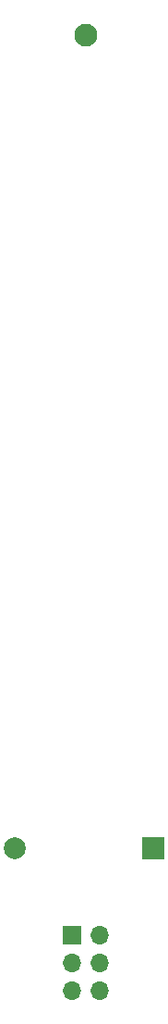
<source format=gbs>
G04 #@! TF.GenerationSoftware,KiCad,Pcbnew,(5.1.10-1-10_14)*
G04 #@! TF.CreationDate,2021-11-27T23:13:30-07:00*
G04 #@! TF.ProjectId,ChristmasTreePCB,43687269-7374-46d6-9173-547265655043,rev?*
G04 #@! TF.SameCoordinates,Original*
G04 #@! TF.FileFunction,Soldermask,Bot*
G04 #@! TF.FilePolarity,Negative*
%FSLAX46Y46*%
G04 Gerber Fmt 4.6, Leading zero omitted, Abs format (unit mm)*
G04 Created by KiCad (PCBNEW (5.1.10-1-10_14)) date 2021-11-27 23:13:30*
%MOMM*%
%LPD*%
G01*
G04 APERTURE LIST*
%ADD10R,1.700000X1.700000*%
%ADD11O,1.700000X1.700000*%
%ADD12C,2.100000*%
%ADD13R,2.000000X2.000000*%
%ADD14C,2.000000*%
G04 APERTURE END LIST*
D10*
X231084200Y-110697000D03*
D11*
X233624200Y-110697000D03*
X231084200Y-113237000D03*
X233624200Y-113237000D03*
X231084200Y-115777000D03*
X233624200Y-115777000D03*
D12*
X232359200Y-28359600D03*
D13*
X238583201Y-102753101D03*
D14*
X225883201Y-102753101D03*
M02*

</source>
